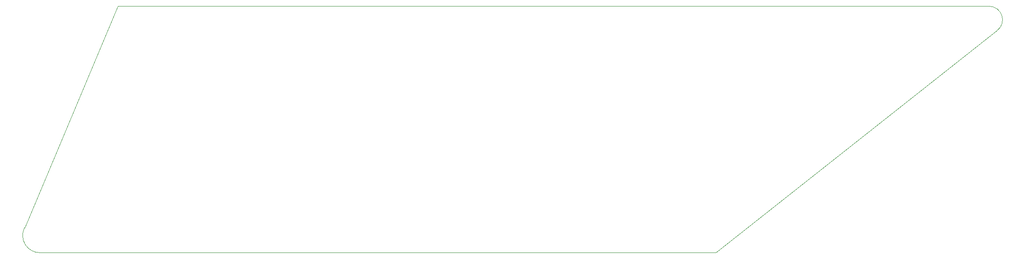
<source format=gm1>
%TF.GenerationSoftware,KiCad,Pcbnew,8.0.1*%
%TF.CreationDate,2024-04-07T13:01:20-05:00*%
%TF.ProjectId,badge,62616467-652e-46b6-9963-61645f706362,rev?*%
%TF.SameCoordinates,Original*%
%TF.FileFunction,Profile,NP*%
%FSLAX46Y46*%
G04 Gerber Fmt 4.6, Leading zero omitted, Abs format (unit mm)*
G04 Created by KiCad (PCBNEW 8.0.1) date 2024-04-07 13:01:20*
%MOMM*%
%LPD*%
G01*
G04 APERTURE LIST*
%TA.AperFunction,Profile*%
%ADD10C,0.050000*%
%TD*%
G04 APERTURE END LIST*
D10*
X50800000Y-106680000D02*
X182880000Y-106680000D01*
X50800000Y-106679999D02*
G75*
G02*
X47788128Y-101799085I1900J3370899D01*
G01*
X236220000Y-58420000D02*
X66040000Y-58420000D01*
X182880000Y-106680000D02*
X237842613Y-63162913D01*
X66040000Y-58420000D02*
X47788113Y-101799077D01*
X236220000Y-58420001D02*
G75*
G02*
X237842613Y-63162913I1800J-2648399D01*
G01*
M02*

</source>
